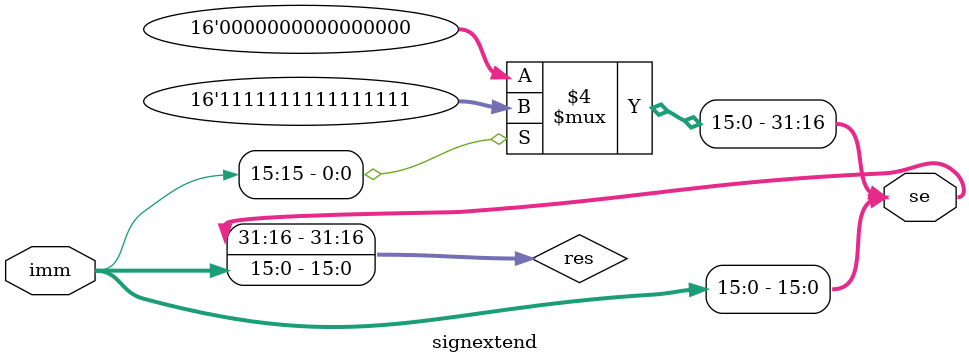
<source format=v>
module signextend (
	output [31:0] se,
	input [15:0] imm
);
	reg [31:0] res;

	assign se = res;
    always @(imm) begin
    	if (imm[15] == 0) begin
    		res[31:16] <= 16'b0;
    	end
    	else begin
    		res[31:16] <= 16'b1111111111111111; // This should be checked with a test bench
    	end
    	res[15:0] <= imm;
    end

endmodule

</source>
